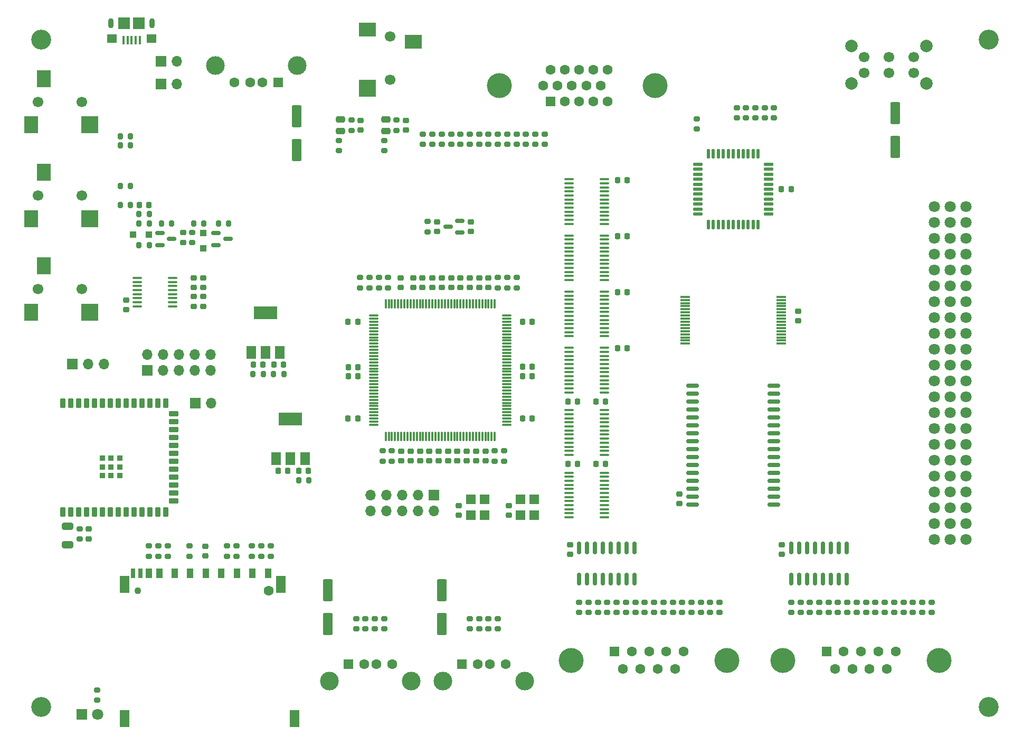
<source format=gts>
%TF.GenerationSoftware,KiCad,Pcbnew,(6.0.4-0)*%
%TF.CreationDate,2022-04-09T07:25:14+02:00*%
%TF.ProjectId,aquarius-plus,61717561-7269-4757-932d-706c75732e6b,rev?*%
%TF.SameCoordinates,Original*%
%TF.FileFunction,Soldermask,Top*%
%TF.FilePolarity,Negative*%
%FSLAX46Y46*%
G04 Gerber Fmt 4.6, Leading zero omitted, Abs format (unit mm)*
G04 Created by KiCad (PCBNEW (6.0.4-0)) date 2022-04-09 07:25:14*
%MOMM*%
%LPD*%
G01*
G04 APERTURE LIST*
G04 Aperture macros list*
%AMRoundRect*
0 Rectangle with rounded corners*
0 $1 Rounding radius*
0 $2 $3 $4 $5 $6 $7 $8 $9 X,Y pos of 4 corners*
0 Add a 4 corners polygon primitive as box body*
4,1,4,$2,$3,$4,$5,$6,$7,$8,$9,$2,$3,0*
0 Add four circle primitives for the rounded corners*
1,1,$1+$1,$2,$3*
1,1,$1+$1,$4,$5*
1,1,$1+$1,$6,$7*
1,1,$1+$1,$8,$9*
0 Add four rect primitives between the rounded corners*
20,1,$1+$1,$2,$3,$4,$5,0*
20,1,$1+$1,$4,$5,$6,$7,0*
20,1,$1+$1,$6,$7,$8,$9,0*
20,1,$1+$1,$8,$9,$2,$3,0*%
G04 Aperture macros list end*
%ADD10RoundRect,0.200000X0.275000X-0.200000X0.275000X0.200000X-0.275000X0.200000X-0.275000X-0.200000X0*%
%ADD11RoundRect,0.200000X-0.275000X0.200000X-0.275000X-0.200000X0.275000X-0.200000X0.275000X0.200000X0*%
%ADD12C,1.800000*%
%ADD13RoundRect,0.225000X0.250000X-0.225000X0.250000X0.225000X-0.250000X0.225000X-0.250000X-0.225000X0*%
%ADD14RoundRect,0.100000X0.637500X0.100000X-0.637500X0.100000X-0.637500X-0.100000X0.637500X-0.100000X0*%
%ADD15RoundRect,0.150000X0.875000X0.150000X-0.875000X0.150000X-0.875000X-0.150000X0.875000X-0.150000X0*%
%ADD16R,1.700000X1.700000*%
%ADD17O,1.700000X1.700000*%
%ADD18RoundRect,0.225000X-0.250000X0.225000X-0.250000X-0.225000X0.250000X-0.225000X0.250000X0.225000X0*%
%ADD19C,4.000000*%
%ADD20R,1.600000X1.600000*%
%ADD21C,1.600000*%
%ADD22R,1.500000X2.000000*%
%ADD23R,3.800000X2.000000*%
%ADD24RoundRect,0.075000X-0.662500X-0.075000X0.662500X-0.075000X0.662500X0.075000X-0.662500X0.075000X0*%
%ADD25RoundRect,0.075000X-0.075000X-0.662500X0.075000X-0.662500X0.075000X0.662500X-0.075000X0.662500X0*%
%ADD26C,3.200000*%
%ADD27RoundRect,0.225000X-0.225000X-0.250000X0.225000X-0.250000X0.225000X0.250000X-0.225000X0.250000X0*%
%ADD28RoundRect,0.225000X0.225000X0.250000X-0.225000X0.250000X-0.225000X-0.250000X0.225000X-0.250000X0*%
%ADD29RoundRect,0.250000X0.475000X-0.250000X0.475000X0.250000X-0.475000X0.250000X-0.475000X-0.250000X0*%
%ADD30RoundRect,0.200000X-0.200000X-0.275000X0.200000X-0.275000X0.200000X0.275000X-0.200000X0.275000X0*%
%ADD31RoundRect,0.150000X-0.587500X-0.150000X0.587500X-0.150000X0.587500X0.150000X-0.587500X0.150000X0*%
%ADD32RoundRect,0.150000X0.587500X0.150000X-0.587500X0.150000X-0.587500X-0.150000X0.587500X-0.150000X0*%
%ADD33RoundRect,0.200000X0.200000X0.275000X-0.200000X0.275000X-0.200000X-0.275000X0.200000X-0.275000X0*%
%ADD34C,1.700000*%
%ADD35R,2.200000X2.800000*%
%ADD36R,2.800000X2.800000*%
%ADD37R,1.500000X1.600000*%
%ADD38C,2.000000*%
%ADD39RoundRect,0.100000X-0.637500X-0.100000X0.637500X-0.100000X0.637500X0.100000X-0.637500X0.100000X0*%
%ADD40RoundRect,0.100000X0.100000X0.575000X-0.100000X0.575000X-0.100000X-0.575000X0.100000X-0.575000X0*%
%ADD41O,0.900000X1.600000*%
%ADD42R,1.900000X1.900000*%
%ADD43R,1.600000X1.400000*%
%ADD44RoundRect,0.150000X0.150000X-0.825000X0.150000X0.825000X-0.150000X0.825000X-0.150000X-0.825000X0*%
%ADD45RoundRect,0.075000X0.712500X0.075000X-0.712500X0.075000X-0.712500X-0.075000X0.712500X-0.075000X0*%
%ADD46C,1.100000*%
%ADD47R,1.000000X1.500000*%
%ADD48R,0.700000X1.500000*%
%ADD49R,1.500000X2.800000*%
%ADD50R,1.600000X1.500000*%
%ADD51C,3.000000*%
%ADD52RoundRect,0.137500X0.600000X0.137500X-0.600000X0.137500X-0.600000X-0.137500X0.600000X-0.137500X0*%
%ADD53RoundRect,0.137500X0.137500X0.600000X-0.137500X0.600000X-0.137500X-0.600000X0.137500X-0.600000X0*%
%ADD54R,1.800000X1.800000*%
%ADD55RoundRect,0.250000X0.550000X-1.500000X0.550000X1.500000X-0.550000X1.500000X-0.550000X-1.500000X0*%
%ADD56RoundRect,0.250000X-0.550000X1.500000X-0.550000X-1.500000X0.550000X-1.500000X0.550000X1.500000X0*%
%ADD57R,1.000000X1.000000*%
%ADD58RoundRect,0.250000X-0.650000X0.325000X-0.650000X-0.325000X0.650000X-0.325000X0.650000X0.325000X0*%
%ADD59R,2.800000X2.200000*%
%ADD60RoundRect,0.225000X0.225000X0.525000X-0.225000X0.525000X-0.225000X-0.525000X0.225000X-0.525000X0*%
%ADD61RoundRect,0.225000X-0.525000X0.225000X-0.525000X-0.225000X0.525000X-0.225000X0.525000X0.225000X0*%
%ADD62RoundRect,0.225000X-0.225000X-0.525000X0.225000X-0.525000X0.225000X0.525000X-0.225000X0.525000X0*%
%ADD63RoundRect,0.225000X-0.225000X-0.225000X0.225000X-0.225000X0.225000X0.225000X-0.225000X0.225000X0*%
G04 APERTURE END LIST*
D10*
%TO.C,R84*%
X207300000Y-130825000D03*
X207300000Y-129175000D03*
%TD*%
D11*
%TO.C,R69*%
X159800000Y-129175000D03*
X159800000Y-130825000D03*
%TD*%
D12*
%TO.C,J15*%
X214825000Y-65830000D03*
X212285000Y-65830000D03*
X217365000Y-65830000D03*
X214825000Y-68370000D03*
X212285000Y-68370000D03*
X217365000Y-68370000D03*
X214825000Y-70910000D03*
X212285000Y-70910000D03*
X217365000Y-70910000D03*
X214825000Y-73450000D03*
X212285000Y-73450000D03*
X217365000Y-73450000D03*
X212285000Y-75990000D03*
X214825000Y-75990000D03*
X217365000Y-75990000D03*
X212285000Y-78530000D03*
X214825000Y-78530000D03*
X217365000Y-78530000D03*
X214825000Y-81070000D03*
X212285000Y-81070000D03*
X217365000Y-81070000D03*
X214825000Y-83610000D03*
X212285000Y-83610000D03*
X217365000Y-83610000D03*
X212285000Y-86150000D03*
X214825000Y-86150000D03*
X217365000Y-86150000D03*
X212285000Y-88690000D03*
X214825000Y-88690000D03*
X217365000Y-88690000D03*
X214825000Y-91230000D03*
X212285000Y-91230000D03*
X217365000Y-91230000D03*
X214825000Y-93770000D03*
X212285000Y-93770000D03*
X217365000Y-93770000D03*
X214825000Y-96310000D03*
X212285000Y-96310000D03*
X217365000Y-96310000D03*
X212285000Y-98850000D03*
X214825000Y-98850000D03*
X217365000Y-98850000D03*
X212285000Y-101390000D03*
X214825000Y-101390000D03*
X217365000Y-101390000D03*
X212285000Y-103930000D03*
X214825000Y-103930000D03*
X217365000Y-103930000D03*
X214825000Y-106470000D03*
X212285000Y-106470000D03*
X217365000Y-106470000D03*
X214825000Y-109010000D03*
X212285000Y-109010000D03*
X217365000Y-109010000D03*
X212285000Y-111550000D03*
X214825000Y-111550000D03*
X217365000Y-111550000D03*
X212285000Y-114090000D03*
X214825000Y-114090000D03*
X217365000Y-114090000D03*
X212285000Y-116630000D03*
X214825000Y-116630000D03*
X217365000Y-116630000D03*
X214825000Y-119170000D03*
X212285000Y-119170000D03*
X217365000Y-119170000D03*
%TD*%
D11*
%TO.C,R49*%
X183550000Y-49925000D03*
X183550000Y-51575000D03*
%TD*%
D13*
%TO.C,C19*%
X140750000Y-78775000D03*
X140750000Y-77225000D03*
%TD*%
D10*
%TO.C,R27*%
X75150000Y-119075000D03*
X75150000Y-117425000D03*
%TD*%
D14*
%TO.C,U3*%
X90112500Y-81775000D03*
X90112500Y-81125000D03*
X90112500Y-80475000D03*
X90112500Y-79825000D03*
X90112500Y-79175000D03*
X90112500Y-78525000D03*
X90112500Y-77875000D03*
X90112500Y-77225000D03*
X84387500Y-77225000D03*
X84387500Y-77875000D03*
X84387500Y-78525000D03*
X84387500Y-79175000D03*
X84387500Y-79825000D03*
X84387500Y-80475000D03*
X84387500Y-81125000D03*
X84387500Y-81775000D03*
%TD*%
D11*
%TO.C,R92*%
X208800000Y-129175000D03*
X208800000Y-130825000D03*
%TD*%
D15*
%TO.C,U10*%
X186550000Y-113525000D03*
X186550000Y-112255000D03*
X186550000Y-110985000D03*
X186550000Y-109715000D03*
X186550000Y-108445000D03*
X186550000Y-107175000D03*
X186550000Y-105905000D03*
X186550000Y-104635000D03*
X186550000Y-103365000D03*
X186550000Y-102095000D03*
X186550000Y-100825000D03*
X186550000Y-99555000D03*
X186550000Y-98285000D03*
X186550000Y-97015000D03*
X186550000Y-95745000D03*
X186550000Y-94475000D03*
X173450000Y-94475000D03*
X173450000Y-95745000D03*
X173450000Y-97015000D03*
X173450000Y-98285000D03*
X173450000Y-99555000D03*
X173450000Y-100825000D03*
X173450000Y-102095000D03*
X173450000Y-103365000D03*
X173450000Y-104635000D03*
X173450000Y-105905000D03*
X173450000Y-107175000D03*
X173450000Y-108445000D03*
X173450000Y-109715000D03*
X173450000Y-110985000D03*
X173450000Y-112255000D03*
X173450000Y-113525000D03*
%TD*%
D11*
%TO.C,R70*%
X156800000Y-129175000D03*
X156800000Y-130825000D03*
%TD*%
D16*
%TO.C,JP1*%
X93700000Y-97250000D03*
D17*
X96240000Y-97250000D03*
%TD*%
D11*
%TO.C,R16*%
X104300000Y-120175000D03*
X104300000Y-121825000D03*
%TD*%
D10*
%TO.C,R60*%
X161300000Y-130825000D03*
X161300000Y-129175000D03*
%TD*%
%TO.C,R40*%
X140750000Y-55825000D03*
X140750000Y-54175000D03*
%TD*%
%TO.C,R42*%
X143750000Y-55825000D03*
X143750000Y-54175000D03*
%TD*%
D18*
%TO.C,C10*%
X134250000Y-104975000D03*
X134250000Y-106525000D03*
%TD*%
D19*
%TO.C,J11*%
X212990000Y-138489669D03*
X187990000Y-138489669D03*
D20*
X194950000Y-137069669D03*
D21*
X197720000Y-137069669D03*
X200490000Y-137069669D03*
X203260000Y-137069669D03*
X206030000Y-137069669D03*
X196335000Y-139909669D03*
X199105000Y-139909669D03*
X201875000Y-139909669D03*
X204645000Y-139909669D03*
%TD*%
D10*
%TO.C,R100*%
X131000000Y-69825000D03*
X131000000Y-68175000D03*
%TD*%
%TO.C,R86*%
X201300000Y-130825000D03*
X201300000Y-129175000D03*
%TD*%
D13*
%TO.C,C59*%
X171350000Y-113375000D03*
X171350000Y-111825000D03*
%TD*%
D10*
%TO.C,R59*%
X164300000Y-130825000D03*
X164300000Y-129175000D03*
%TD*%
D13*
%TO.C,C46*%
X127500000Y-53525000D03*
X127500000Y-51975000D03*
%TD*%
D22*
%TO.C,U17*%
X102700000Y-89150000D03*
X105000000Y-89150000D03*
D23*
X105000000Y-82850000D03*
D22*
X107300000Y-89150000D03*
%TD*%
D11*
%TO.C,R17*%
X102800000Y-120175000D03*
X102800000Y-121825000D03*
%TD*%
D18*
%TO.C,C22*%
X138750000Y-104975000D03*
X138750000Y-106525000D03*
%TD*%
D13*
%TO.C,C20*%
X131750000Y-78775000D03*
X131750000Y-77225000D03*
%TD*%
D24*
%TO.C,U1*%
X122337500Y-83250000D03*
X122337500Y-83750000D03*
X122337500Y-84250000D03*
X122337500Y-84750000D03*
X122337500Y-85250000D03*
X122337500Y-85750000D03*
X122337500Y-86250000D03*
X122337500Y-86750000D03*
X122337500Y-87250000D03*
X122337500Y-87750000D03*
X122337500Y-88250000D03*
X122337500Y-88750000D03*
X122337500Y-89250000D03*
X122337500Y-89750000D03*
X122337500Y-90250000D03*
X122337500Y-90750000D03*
X122337500Y-91250000D03*
X122337500Y-91750000D03*
X122337500Y-92250000D03*
X122337500Y-92750000D03*
X122337500Y-93250000D03*
X122337500Y-93750000D03*
X122337500Y-94250000D03*
X122337500Y-94750000D03*
X122337500Y-95250000D03*
X122337500Y-95750000D03*
X122337500Y-96250000D03*
X122337500Y-96750000D03*
X122337500Y-97250000D03*
X122337500Y-97750000D03*
X122337500Y-98250000D03*
X122337500Y-98750000D03*
X122337500Y-99250000D03*
X122337500Y-99750000D03*
X122337500Y-100250000D03*
X122337500Y-100750000D03*
D25*
X124250000Y-102662500D03*
X124750000Y-102662500D03*
X125250000Y-102662500D03*
X125750000Y-102662500D03*
X126250000Y-102662500D03*
X126750000Y-102662500D03*
X127250000Y-102662500D03*
X127750000Y-102662500D03*
X128250000Y-102662500D03*
X128750000Y-102662500D03*
X129250000Y-102662500D03*
X129750000Y-102662500D03*
X130250000Y-102662500D03*
X130750000Y-102662500D03*
X131250000Y-102662500D03*
X131750000Y-102662500D03*
X132250000Y-102662500D03*
X132750000Y-102662500D03*
X133250000Y-102662500D03*
X133750000Y-102662500D03*
X134250000Y-102662500D03*
X134750000Y-102662500D03*
X135250000Y-102662500D03*
X135750000Y-102662500D03*
X136250000Y-102662500D03*
X136750000Y-102662500D03*
X137250000Y-102662500D03*
X137750000Y-102662500D03*
X138250000Y-102662500D03*
X138750000Y-102662500D03*
X139250000Y-102662500D03*
X139750000Y-102662500D03*
X140250000Y-102662500D03*
X140750000Y-102662500D03*
X141250000Y-102662500D03*
X141750000Y-102662500D03*
D24*
X143662500Y-100750000D03*
X143662500Y-100250000D03*
X143662500Y-99750000D03*
X143662500Y-99250000D03*
X143662500Y-98750000D03*
X143662500Y-98250000D03*
X143662500Y-97750000D03*
X143662500Y-97250000D03*
X143662500Y-96750000D03*
X143662500Y-96250000D03*
X143662500Y-95750000D03*
X143662500Y-95250000D03*
X143662500Y-94750000D03*
X143662500Y-94250000D03*
X143662500Y-93750000D03*
X143662500Y-93250000D03*
X143662500Y-92750000D03*
X143662500Y-92250000D03*
X143662500Y-91750000D03*
X143662500Y-91250000D03*
X143662500Y-90750000D03*
X143662500Y-90250000D03*
X143662500Y-89750000D03*
X143662500Y-89250000D03*
X143662500Y-88750000D03*
X143662500Y-88250000D03*
X143662500Y-87750000D03*
X143662500Y-87250000D03*
X143662500Y-86750000D03*
X143662500Y-86250000D03*
X143662500Y-85750000D03*
X143662500Y-85250000D03*
X143662500Y-84750000D03*
X143662500Y-84250000D03*
X143662500Y-83750000D03*
X143662500Y-83250000D03*
D25*
X141750000Y-81337500D03*
X141250000Y-81337500D03*
X140750000Y-81337500D03*
X140250000Y-81337500D03*
X139750000Y-81337500D03*
X139250000Y-81337500D03*
X138750000Y-81337500D03*
X138250000Y-81337500D03*
X137750000Y-81337500D03*
X137250000Y-81337500D03*
X136750000Y-81337500D03*
X136250000Y-81337500D03*
X135750000Y-81337500D03*
X135250000Y-81337500D03*
X134750000Y-81337500D03*
X134250000Y-81337500D03*
X133750000Y-81337500D03*
X133250000Y-81337500D03*
X132750000Y-81337500D03*
X132250000Y-81337500D03*
X131750000Y-81337500D03*
X131250000Y-81337500D03*
X130750000Y-81337500D03*
X130250000Y-81337500D03*
X129750000Y-81337500D03*
X129250000Y-81337500D03*
X128750000Y-81337500D03*
X128250000Y-81337500D03*
X127750000Y-81337500D03*
X127250000Y-81337500D03*
X126750000Y-81337500D03*
X126250000Y-81337500D03*
X125750000Y-81337500D03*
X125250000Y-81337500D03*
X124750000Y-81337500D03*
X124250000Y-81337500D03*
%TD*%
D26*
%TO.C,H4*%
X221000000Y-146000000D03*
%TD*%
D10*
%TO.C,R35*%
X133250000Y-55825000D03*
X133250000Y-54175000D03*
%TD*%
%TO.C,R3*%
X123750000Y-106575000D03*
X123750000Y-104925000D03*
%TD*%
D27*
%TO.C,C9*%
X146225000Y-91450000D03*
X147775000Y-91450000D03*
%TD*%
D26*
%TO.C,H3*%
X69000000Y-146000000D03*
%TD*%
D11*
%TO.C,R93*%
X205800000Y-129175000D03*
X205800000Y-130825000D03*
%TD*%
%TO.C,R51*%
X180550000Y-49925000D03*
X180550000Y-51575000D03*
%TD*%
D28*
%TO.C,C65*%
X108575000Y-108150000D03*
X107025000Y-108150000D03*
%TD*%
D11*
%TO.C,R65*%
X171800000Y-129175000D03*
X171800000Y-130825000D03*
%TD*%
D10*
%TO.C,R76*%
X121000000Y-133465000D03*
X121000000Y-131815000D03*
%TD*%
%TO.C,R11*%
X143750000Y-78825000D03*
X143750000Y-77175000D03*
%TD*%
D29*
%TO.C,C49*%
X124250000Y-53700000D03*
X124250000Y-51800000D03*
%TD*%
D11*
%TO.C,R52*%
X186550000Y-49925000D03*
X186550000Y-51575000D03*
%TD*%
D30*
%TO.C,R14*%
X81675000Y-65500000D03*
X83325000Y-65500000D03*
%TD*%
D31*
%TO.C,Q2*%
X97062500Y-70050000D03*
X97062500Y-71950000D03*
X98937500Y-71000000D03*
%TD*%
D18*
%TO.C,C63*%
X132500000Y-68225000D03*
X132500000Y-69775000D03*
%TD*%
D32*
%TO.C,U16*%
X136137500Y-69950000D03*
X136137500Y-68050000D03*
X134262500Y-69000000D03*
%TD*%
D11*
%TO.C,R78*%
X119500000Y-131815000D03*
X119500000Y-133465000D03*
%TD*%
D10*
%TO.C,R8*%
X123150000Y-78825000D03*
X123150000Y-77175000D03*
%TD*%
D18*
%TO.C,C6*%
X135750000Y-104975000D03*
X135750000Y-106525000D03*
%TD*%
D13*
%TO.C,C16*%
X130150000Y-78775000D03*
X130150000Y-77225000D03*
%TD*%
D10*
%TO.C,R2*%
X145250000Y-78825000D03*
X145250000Y-77175000D03*
%TD*%
%TO.C,R71*%
X116750000Y-56825000D03*
X116750000Y-55175000D03*
%TD*%
D33*
%TO.C,R21*%
X83325000Y-54500000D03*
X81675000Y-54500000D03*
%TD*%
D34*
%TO.C,J1*%
X68500000Y-64000000D03*
X75500000Y-64000000D03*
D35*
X69400000Y-60300000D03*
X67400000Y-67700000D03*
D36*
X76800000Y-67700000D03*
%TD*%
D16*
%TO.C,J14*%
X132000000Y-112000000D03*
D17*
X132000000Y-114540000D03*
X129460000Y-112000000D03*
X129460000Y-114540000D03*
X126920000Y-112000000D03*
X126920000Y-114540000D03*
X124380000Y-112000000D03*
X124380000Y-114540000D03*
X121840000Y-112000000D03*
X121840000Y-114540000D03*
%TD*%
D30*
%TO.C,R15*%
X81675000Y-62500000D03*
X83325000Y-62500000D03*
%TD*%
D11*
%TO.C,R95*%
X199800000Y-129175000D03*
X199800000Y-130825000D03*
%TD*%
D18*
%TO.C,C66*%
X137900000Y-68225000D03*
X137900000Y-69775000D03*
%TD*%
D13*
%TO.C,C34*%
X95300000Y-121775000D03*
X95300000Y-120225000D03*
%TD*%
D28*
%TO.C,C62*%
X111875000Y-108150000D03*
X110325000Y-108150000D03*
%TD*%
D10*
%TO.C,R55*%
X176300000Y-130825000D03*
X176300000Y-129175000D03*
%TD*%
D27*
%TO.C,C42*%
X161425000Y-79550000D03*
X162975000Y-79550000D03*
%TD*%
D10*
%TO.C,R56*%
X173300000Y-130825000D03*
X173300000Y-129175000D03*
%TD*%
D37*
%TO.C,X2*%
X140100000Y-115270000D03*
X140100000Y-112730000D03*
X137900000Y-112730000D03*
X137900000Y-115270000D03*
%TD*%
D30*
%TO.C,R29*%
X84675000Y-72000000D03*
X86325000Y-72000000D03*
%TD*%
D28*
%TO.C,C60*%
X159500000Y-107000000D03*
X157950000Y-107000000D03*
%TD*%
D13*
%TO.C,C31*%
X93500000Y-81775000D03*
X93500000Y-80225000D03*
%TD*%
D10*
%TO.C,R5*%
X120150000Y-78825000D03*
X120150000Y-77175000D03*
%TD*%
D38*
%TO.C,SW1*%
X198957500Y-46082500D03*
X210957500Y-46082500D03*
X198957500Y-40082500D03*
X210957500Y-40082500D03*
D34*
X208957500Y-44332500D03*
X204957500Y-44332500D03*
X200957500Y-44332500D03*
X208957500Y-41832500D03*
X204957500Y-41832500D03*
X200957500Y-41832500D03*
%TD*%
D39*
%TO.C,U11*%
X153637500Y-98425000D03*
X153637500Y-99075000D03*
X153637500Y-99725000D03*
X153637500Y-100375000D03*
X153637500Y-101025000D03*
X153637500Y-101675000D03*
X153637500Y-102325000D03*
X153637500Y-102975000D03*
X153637500Y-103625000D03*
X153637500Y-104275000D03*
X153637500Y-104925000D03*
X153637500Y-105575000D03*
X159362500Y-105575000D03*
X159362500Y-104925000D03*
X159362500Y-104275000D03*
X159362500Y-103625000D03*
X159362500Y-102975000D03*
X159362500Y-102325000D03*
X159362500Y-101675000D03*
X159362500Y-101025000D03*
X159362500Y-100375000D03*
X159362500Y-99725000D03*
X159362500Y-99075000D03*
X159362500Y-98425000D03*
%TD*%
D18*
%TO.C,C38*%
X95000000Y-80225000D03*
X95000000Y-81775000D03*
%TD*%
D10*
%TO.C,R46*%
X149750000Y-55825000D03*
X149750000Y-54175000D03*
%TD*%
D30*
%TO.C,R99*%
X110275000Y-109650000D03*
X111925000Y-109650000D03*
%TD*%
D10*
%TO.C,R41*%
X142250000Y-55825000D03*
X142250000Y-54175000D03*
%TD*%
D11*
%TO.C,R13*%
X98800000Y-120175000D03*
X98800000Y-121825000D03*
%TD*%
%TO.C,R81*%
X118750000Y-51925000D03*
X118750000Y-53575000D03*
%TD*%
D10*
%TO.C,R34*%
X131750000Y-55825000D03*
X131750000Y-54175000D03*
%TD*%
D16*
%TO.C,J7*%
X74000000Y-91000000D03*
D17*
X76540000Y-91000000D03*
X79080000Y-91000000D03*
%TD*%
D10*
%TO.C,R75*%
X122500000Y-133465000D03*
X122500000Y-131815000D03*
%TD*%
D18*
%TO.C,C1*%
X129750000Y-104975000D03*
X129750000Y-106525000D03*
%TD*%
%TO.C,C7*%
X137250000Y-104975000D03*
X137250000Y-106525000D03*
%TD*%
D13*
%TO.C,C26*%
X139250000Y-78775000D03*
X139250000Y-77225000D03*
%TD*%
D11*
%TO.C,R67*%
X165800000Y-129175000D03*
X165800000Y-130825000D03*
%TD*%
D13*
%TO.C,C25*%
X134750000Y-78775000D03*
X134750000Y-77225000D03*
%TD*%
D11*
%TO.C,R30*%
X93250000Y-69925000D03*
X93250000Y-71575000D03*
%TD*%
D10*
%TO.C,R24*%
X86300000Y-121825000D03*
X86300000Y-120175000D03*
%TD*%
D40*
%TO.C,J13*%
X84800000Y-39125000D03*
X84150000Y-39125000D03*
X83500000Y-39125000D03*
X82850000Y-39125000D03*
X82200000Y-39125000D03*
D41*
X80200000Y-36450000D03*
D42*
X82300000Y-36450000D03*
D43*
X86700000Y-38900000D03*
D42*
X84700000Y-36450000D03*
D41*
X86800000Y-36450000D03*
D43*
X80300000Y-38900000D03*
%TD*%
D11*
%TO.C,R48*%
X185050000Y-49925000D03*
X185050000Y-51575000D03*
%TD*%
%TO.C,R97*%
X193800000Y-129175000D03*
X193800000Y-130825000D03*
%TD*%
%TO.C,R63*%
X177800000Y-129175000D03*
X177800000Y-130825000D03*
%TD*%
D22*
%TO.C,U15*%
X106700000Y-106150000D03*
X109000000Y-106150000D03*
D23*
X109000000Y-99850000D03*
D22*
X111300000Y-106150000D03*
%TD*%
D11*
%TO.C,R94*%
X202800000Y-129175000D03*
X202800000Y-130825000D03*
%TD*%
D10*
%TO.C,R39*%
X139250000Y-55825000D03*
X139250000Y-54175000D03*
%TD*%
D27*
%TO.C,C35*%
X161450000Y-61550000D03*
X163000000Y-61550000D03*
%TD*%
D33*
%TO.C,R25*%
X86325000Y-67000000D03*
X84675000Y-67000000D03*
%TD*%
D18*
%TO.C,C23*%
X132750000Y-104975000D03*
X132750000Y-106525000D03*
%TD*%
D28*
%TO.C,C13*%
X119775000Y-99750000D03*
X118225000Y-99750000D03*
%TD*%
D13*
%TO.C,C55*%
X190375000Y-84075000D03*
X190375000Y-82525000D03*
%TD*%
%TO.C,C11*%
X136250000Y-78775000D03*
X136250000Y-77225000D03*
%TD*%
D34*
%TO.C,J4*%
X68500000Y-79000000D03*
X75500000Y-79000000D03*
D35*
X69400000Y-75300000D03*
X67400000Y-82700000D03*
D36*
X76800000Y-82700000D03*
%TD*%
D31*
%TO.C,Q1*%
X88062500Y-70050000D03*
X88062500Y-71950000D03*
X89937500Y-71000000D03*
%TD*%
D10*
%TO.C,R43*%
X145250000Y-55825000D03*
X145250000Y-54175000D03*
%TD*%
%TO.C,R44*%
X146750000Y-55825000D03*
X146750000Y-54175000D03*
%TD*%
%TO.C,R62*%
X155300000Y-130825000D03*
X155300000Y-129175000D03*
%TD*%
D11*
%TO.C,R6*%
X125250000Y-104925000D03*
X125250000Y-106575000D03*
%TD*%
%TO.C,R7*%
X141750000Y-104925000D03*
X141750000Y-106575000D03*
%TD*%
D30*
%TO.C,R102*%
X102975000Y-92650000D03*
X104625000Y-92650000D03*
%TD*%
D18*
%TO.C,C36*%
X76650000Y-117475000D03*
X76650000Y-119025000D03*
%TD*%
D44*
%TO.C,U12*%
X189305000Y-125475000D03*
X190575000Y-125475000D03*
X191845000Y-125475000D03*
X193115000Y-125475000D03*
X194385000Y-125475000D03*
X195655000Y-125475000D03*
X196925000Y-125475000D03*
X198195000Y-125475000D03*
X198195000Y-120525000D03*
X196925000Y-120525000D03*
X195655000Y-120525000D03*
X194385000Y-120525000D03*
X193115000Y-120525000D03*
X191845000Y-120525000D03*
X190575000Y-120525000D03*
X189305000Y-120525000D03*
%TD*%
D45*
%TO.C,U13*%
X187687500Y-87750000D03*
X187687500Y-87250000D03*
X187687500Y-86750000D03*
X187687500Y-86250000D03*
X187687500Y-85750000D03*
X187687500Y-85250000D03*
X187687500Y-84750000D03*
X187687500Y-84250000D03*
X187687500Y-83750000D03*
X187687500Y-83250000D03*
X187687500Y-82750000D03*
X187687500Y-82250000D03*
X187687500Y-81750000D03*
X187687500Y-81250000D03*
X187687500Y-80750000D03*
X187687500Y-80250000D03*
X172312500Y-80250000D03*
X172312500Y-80750000D03*
X172312500Y-81250000D03*
X172312500Y-81750000D03*
X172312500Y-82250000D03*
X172312500Y-82750000D03*
X172312500Y-83250000D03*
X172312500Y-83750000D03*
X172312500Y-84250000D03*
X172312500Y-84750000D03*
X172312500Y-85250000D03*
X172312500Y-85750000D03*
X172312500Y-86250000D03*
X172312500Y-86750000D03*
X172312500Y-87250000D03*
X172312500Y-87750000D03*
%TD*%
D10*
%TO.C,R90*%
X189300000Y-130825000D03*
X189300000Y-129175000D03*
%TD*%
D30*
%TO.C,R26*%
X84675000Y-68500000D03*
X86325000Y-68500000D03*
%TD*%
D11*
%TO.C,R54*%
X78000000Y-143225000D03*
X78000000Y-144875000D03*
%TD*%
D21*
%TO.C,J3*%
X105500000Y-127325000D03*
D46*
X84500000Y-127325000D03*
D47*
X102875000Y-124525000D03*
X100375000Y-124525000D03*
X97875000Y-124525000D03*
X95375000Y-124525000D03*
X92875000Y-124525000D03*
X90375000Y-124525000D03*
X87945000Y-124525000D03*
X86245000Y-124525000D03*
X105375000Y-124525000D03*
D48*
X84945000Y-124525000D03*
X83745000Y-124525000D03*
D49*
X107450000Y-126325000D03*
X109650000Y-147825000D03*
X82350000Y-126325000D03*
X82350000Y-147825000D03*
%TD*%
D11*
%TO.C,R80*%
X124000000Y-131815000D03*
X124000000Y-133465000D03*
%TD*%
D18*
%TO.C,C58*%
X187800000Y-119975000D03*
X187800000Y-121525000D03*
%TD*%
D10*
%TO.C,R57*%
X170300000Y-130825000D03*
X170300000Y-129175000D03*
%TD*%
D50*
%TO.C,J8*%
X136500000Y-139140000D03*
D21*
X139000000Y-139140000D03*
X141000000Y-139140000D03*
X143500000Y-139140000D03*
D51*
X133430000Y-141850000D03*
X146570000Y-141850000D03*
%TD*%
D11*
%TO.C,R19*%
X92800000Y-120175000D03*
X92800000Y-121825000D03*
%TD*%
%TO.C,R64*%
X174800000Y-129175000D03*
X174800000Y-130825000D03*
%TD*%
D27*
%TO.C,C44*%
X187725000Y-63000000D03*
X189275000Y-63000000D03*
%TD*%
D11*
%TO.C,R50*%
X182050000Y-49925000D03*
X182050000Y-51575000D03*
%TD*%
D52*
%TO.C,U7*%
X185662500Y-67000000D03*
X185662500Y-66200000D03*
X185662500Y-65400000D03*
X185662500Y-64600000D03*
X185662500Y-63800000D03*
X185662500Y-63000000D03*
X185662500Y-62200000D03*
X185662500Y-61400000D03*
X185662500Y-60600000D03*
X185662500Y-59800000D03*
X185662500Y-59000000D03*
D53*
X184000000Y-57337500D03*
X183200000Y-57337500D03*
X182400000Y-57337500D03*
X181600000Y-57337500D03*
X180800000Y-57337500D03*
X180000000Y-57337500D03*
X179200000Y-57337500D03*
X178400000Y-57337500D03*
X177600000Y-57337500D03*
X176800000Y-57337500D03*
X176000000Y-57337500D03*
D52*
X174337500Y-59000000D03*
X174337500Y-59800000D03*
X174337500Y-60600000D03*
X174337500Y-61400000D03*
X174337500Y-62200000D03*
X174337500Y-63000000D03*
X174337500Y-63800000D03*
X174337500Y-64600000D03*
X174337500Y-65400000D03*
X174337500Y-66200000D03*
X174337500Y-67000000D03*
D53*
X176000000Y-68662500D03*
X176800000Y-68662500D03*
X177600000Y-68662500D03*
X178400000Y-68662500D03*
X179200000Y-68662500D03*
X180000000Y-68662500D03*
X180800000Y-68662500D03*
X181600000Y-68662500D03*
X182400000Y-68662500D03*
X183200000Y-68662500D03*
X184000000Y-68662500D03*
%TD*%
D33*
%TO.C,R31*%
X95075000Y-68500000D03*
X93425000Y-68500000D03*
%TD*%
D19*
%TO.C,J6*%
X142505000Y-46430000D03*
X167495000Y-46430000D03*
D20*
X150685000Y-48970000D03*
D21*
X152975000Y-48970000D03*
X155265000Y-48970000D03*
X157555000Y-48970000D03*
X159845000Y-48970000D03*
X149545000Y-46430000D03*
X151835000Y-46430000D03*
X154125000Y-46430000D03*
X156415000Y-46430000D03*
X158705000Y-46430000D03*
X150685000Y-43890000D03*
X152975000Y-43890000D03*
X155265000Y-43890000D03*
X157555000Y-43890000D03*
X159845000Y-43890000D03*
%TD*%
D10*
%TO.C,R74*%
X139250000Y-133465000D03*
X139250000Y-131815000D03*
%TD*%
D11*
%TO.C,R96*%
X196800000Y-129175000D03*
X196800000Y-130825000D03*
%TD*%
D39*
%TO.C,U6*%
X153637500Y-88425000D03*
X153637500Y-89075000D03*
X153637500Y-89725000D03*
X153637500Y-90375000D03*
X153637500Y-91025000D03*
X153637500Y-91675000D03*
X153637500Y-92325000D03*
X153637500Y-92975000D03*
X153637500Y-93625000D03*
X153637500Y-94275000D03*
X153637500Y-94925000D03*
X153637500Y-95575000D03*
X159362500Y-95575000D03*
X159362500Y-94925000D03*
X159362500Y-94275000D03*
X159362500Y-93625000D03*
X159362500Y-92975000D03*
X159362500Y-92325000D03*
X159362500Y-91675000D03*
X159362500Y-91025000D03*
X159362500Y-90375000D03*
X159362500Y-89725000D03*
X159362500Y-89075000D03*
X159362500Y-88425000D03*
%TD*%
D13*
%TO.C,C30*%
X136000000Y-115275000D03*
X136000000Y-113725000D03*
%TD*%
D10*
%TO.C,R85*%
X204300000Y-130825000D03*
X204300000Y-129175000D03*
%TD*%
D28*
%TO.C,C5*%
X119800000Y-93000000D03*
X118250000Y-93000000D03*
%TD*%
D10*
%TO.C,R72*%
X124000000Y-56825000D03*
X124000000Y-55175000D03*
%TD*%
D50*
%TO.C,J12*%
X107000000Y-45860000D03*
D21*
X104500000Y-45860000D03*
X102500000Y-45860000D03*
X100000000Y-45860000D03*
D51*
X110070000Y-43150000D03*
X96930000Y-43150000D03*
%TD*%
D26*
%TO.C,H1*%
X69000000Y-39000000D03*
%TD*%
D27*
%TO.C,C52*%
X153475000Y-97000000D03*
X155025000Y-97000000D03*
%TD*%
D50*
%TO.C,J9*%
X118300000Y-139140000D03*
D21*
X120800000Y-139140000D03*
X122800000Y-139140000D03*
X125300000Y-139140000D03*
D51*
X128370000Y-141850000D03*
X115230000Y-141850000D03*
%TD*%
D39*
%TO.C,U2*%
X153637500Y-61425000D03*
X153637500Y-62075000D03*
X153637500Y-62725000D03*
X153637500Y-63375000D03*
X153637500Y-64025000D03*
X153637500Y-64675000D03*
X153637500Y-65325000D03*
X153637500Y-65975000D03*
X153637500Y-66625000D03*
X153637500Y-67275000D03*
X153637500Y-67925000D03*
X153637500Y-68575000D03*
X159362500Y-68575000D03*
X159362500Y-67925000D03*
X159362500Y-67275000D03*
X159362500Y-66625000D03*
X159362500Y-65975000D03*
X159362500Y-65325000D03*
X159362500Y-64675000D03*
X159362500Y-64025000D03*
X159362500Y-63375000D03*
X159362500Y-62725000D03*
X159362500Y-62075000D03*
X159362500Y-61425000D03*
%TD*%
D10*
%TO.C,R88*%
X195300000Y-130825000D03*
X195300000Y-129175000D03*
%TD*%
%TO.C,R89*%
X192300000Y-130825000D03*
X192300000Y-129175000D03*
%TD*%
D11*
%TO.C,R18*%
X100300000Y-120175000D03*
X100300000Y-121825000D03*
%TD*%
D54*
%TO.C,D4*%
X75500000Y-147175000D03*
D12*
X78040000Y-147175000D03*
%TD*%
D10*
%TO.C,R38*%
X137750000Y-55825000D03*
X137750000Y-54175000D03*
%TD*%
%TO.C,R36*%
X134750000Y-55825000D03*
X134750000Y-54175000D03*
%TD*%
D13*
%TO.C,C32*%
X93500000Y-78775000D03*
X93500000Y-77225000D03*
%TD*%
D55*
%TO.C,C53*%
X133250000Y-132700000D03*
X133250000Y-127300000D03*
%TD*%
D11*
%TO.C,R82*%
X126000000Y-51925000D03*
X126000000Y-53575000D03*
%TD*%
D27*
%TO.C,C33*%
X84725000Y-65500000D03*
X86275000Y-65500000D03*
%TD*%
D26*
%TO.C,H2*%
X221000000Y-39000000D03*
%TD*%
D33*
%TO.C,R23*%
X83325000Y-56000000D03*
X81675000Y-56000000D03*
%TD*%
D11*
%TO.C,R91*%
X211800000Y-129175000D03*
X211800000Y-130825000D03*
%TD*%
D28*
%TO.C,C8*%
X119800000Y-91500000D03*
X118250000Y-91500000D03*
%TD*%
D11*
%TO.C,R77*%
X137750000Y-131815000D03*
X137750000Y-133465000D03*
%TD*%
D27*
%TO.C,C43*%
X161425000Y-88500000D03*
X162975000Y-88500000D03*
%TD*%
D28*
%TO.C,C56*%
X159525000Y-97000000D03*
X157975000Y-97000000D03*
%TD*%
D56*
%TO.C,C54*%
X110000000Y-51300000D03*
X110000000Y-56700000D03*
%TD*%
D16*
%TO.C,J16*%
X86000000Y-92000000D03*
D17*
X86000000Y-89460000D03*
X88540000Y-92000000D03*
X88540000Y-89460000D03*
X91080000Y-92000000D03*
X91080000Y-89460000D03*
X93620000Y-92000000D03*
X93620000Y-89460000D03*
X96160000Y-92000000D03*
X96160000Y-89460000D03*
%TD*%
D18*
%TO.C,C18*%
X126750000Y-104975000D03*
X126750000Y-106525000D03*
%TD*%
D44*
%TO.C,U9*%
X155305000Y-125475000D03*
X156575000Y-125475000D03*
X157845000Y-125475000D03*
X159115000Y-125475000D03*
X160385000Y-125475000D03*
X161655000Y-125475000D03*
X162925000Y-125475000D03*
X164195000Y-125475000D03*
X164195000Y-120525000D03*
X162925000Y-120525000D03*
X161655000Y-120525000D03*
X160385000Y-120525000D03*
X159115000Y-120525000D03*
X157845000Y-120525000D03*
X156575000Y-120525000D03*
X155305000Y-120525000D03*
%TD*%
D13*
%TO.C,C41*%
X82600000Y-82325000D03*
X82600000Y-80775000D03*
%TD*%
D10*
%TO.C,R9*%
X143250000Y-106575000D03*
X143250000Y-104925000D03*
%TD*%
D16*
%TO.C,JP2*%
X88225000Y-46150000D03*
D17*
X90765000Y-46150000D03*
%TD*%
D13*
%TO.C,C45*%
X120250000Y-53525000D03*
X120250000Y-51975000D03*
%TD*%
D57*
%TO.C,D2*%
X95000000Y-70000000D03*
X95000000Y-72500000D03*
%TD*%
D37*
%TO.C,X1*%
X148100000Y-115270000D03*
X148100000Y-112730000D03*
X145900000Y-112730000D03*
X145900000Y-115270000D03*
%TD*%
D11*
%TO.C,R66*%
X168800000Y-129175000D03*
X168800000Y-130825000D03*
%TD*%
D10*
%TO.C,R10*%
X124650000Y-78825000D03*
X124650000Y-77175000D03*
%TD*%
D13*
%TO.C,C40*%
X91750000Y-71525000D03*
X91750000Y-69975000D03*
%TD*%
D10*
%TO.C,R1*%
X142250000Y-78825000D03*
X142250000Y-77175000D03*
%TD*%
D55*
%TO.C,C47*%
X115000000Y-132700000D03*
X115000000Y-127300000D03*
%TD*%
D11*
%TO.C,R98*%
X190800000Y-129175000D03*
X190800000Y-130825000D03*
%TD*%
D39*
%TO.C,U4*%
X153637500Y-79425000D03*
X153637500Y-80075000D03*
X153637500Y-80725000D03*
X153637500Y-81375000D03*
X153637500Y-82025000D03*
X153637500Y-82675000D03*
X153637500Y-83325000D03*
X153637500Y-83975000D03*
X153637500Y-84625000D03*
X153637500Y-85275000D03*
X153637500Y-85925000D03*
X153637500Y-86575000D03*
X159362500Y-86575000D03*
X159362500Y-85925000D03*
X159362500Y-85275000D03*
X159362500Y-84625000D03*
X159362500Y-83975000D03*
X159362500Y-83325000D03*
X159362500Y-82675000D03*
X159362500Y-82025000D03*
X159362500Y-81375000D03*
X159362500Y-80725000D03*
X159362500Y-80075000D03*
X159362500Y-79425000D03*
%TD*%
D27*
%TO.C,C57*%
X153475000Y-107000000D03*
X155025000Y-107000000D03*
%TD*%
D58*
%TO.C,C37*%
X73250000Y-117025000D03*
X73250000Y-119975000D03*
%TD*%
D18*
%TO.C,C39*%
X95000000Y-77225000D03*
X95000000Y-78775000D03*
%TD*%
D34*
%TO.C,J10*%
X125000000Y-45500000D03*
X125000000Y-38500000D03*
D59*
X128700000Y-39400000D03*
X121300000Y-37400000D03*
D36*
X121300000Y-46800000D03*
%TD*%
D13*
%TO.C,C24*%
X133250000Y-78775000D03*
X133250000Y-77225000D03*
%TD*%
%TO.C,C17*%
X128650000Y-78775000D03*
X128650000Y-77225000D03*
%TD*%
D11*
%TO.C,R12*%
X89300000Y-120175000D03*
X89300000Y-121825000D03*
%TD*%
D13*
%TO.C,C29*%
X144000000Y-115275000D03*
X144000000Y-113725000D03*
%TD*%
D28*
%TO.C,C64*%
X107875000Y-91150000D03*
X106325000Y-91150000D03*
%TD*%
D13*
%TO.C,C12*%
X137750000Y-78775000D03*
X137750000Y-77225000D03*
%TD*%
D33*
%TO.C,R32*%
X99075000Y-68500000D03*
X97425000Y-68500000D03*
%TD*%
D19*
%TO.C,J5*%
X153990000Y-138489669D03*
X178990000Y-138489669D03*
D20*
X160950000Y-137069669D03*
D21*
X163720000Y-137069669D03*
X166490000Y-137069669D03*
X169260000Y-137069669D03*
X172030000Y-137069669D03*
X162335000Y-139909669D03*
X165105000Y-139909669D03*
X167875000Y-139909669D03*
X170645000Y-139909669D03*
%TD*%
D30*
%TO.C,R101*%
X106275000Y-92650000D03*
X107925000Y-92650000D03*
%TD*%
D10*
%TO.C,R33*%
X130250000Y-55825000D03*
X130250000Y-54175000D03*
%TD*%
D13*
%TO.C,C28*%
X126650000Y-78775000D03*
X126650000Y-77225000D03*
%TD*%
D10*
%TO.C,R45*%
X148250000Y-55825000D03*
X148250000Y-54175000D03*
%TD*%
D60*
%TO.C,U5*%
X72490000Y-114750000D03*
X73760000Y-114750000D03*
X75030000Y-114750000D03*
X76300000Y-114750000D03*
X77570000Y-114750000D03*
X78840000Y-114750000D03*
X80110000Y-114750000D03*
X81380000Y-114750000D03*
X82650000Y-114750000D03*
X83920000Y-114750000D03*
X85190000Y-114750000D03*
X86460000Y-114750000D03*
X87730000Y-114750000D03*
X89000000Y-114750000D03*
D61*
X90250000Y-112985000D03*
X90250000Y-111715000D03*
X90250000Y-110445000D03*
X90250000Y-109175000D03*
X90250000Y-107905000D03*
X90250000Y-106635000D03*
X90250000Y-105365000D03*
X90250000Y-104095000D03*
X90250000Y-102825000D03*
X90250000Y-101555000D03*
X90250000Y-100285000D03*
X90250000Y-99015000D03*
D62*
X89000000Y-97250000D03*
X87730000Y-97250000D03*
X86460000Y-97250000D03*
X85190000Y-97250000D03*
X83920000Y-97250000D03*
X82650000Y-97250000D03*
X81380000Y-97250000D03*
X80110000Y-97250000D03*
X78840000Y-97250000D03*
X77570000Y-97250000D03*
X76300000Y-97250000D03*
X75030000Y-97250000D03*
X73760000Y-97250000D03*
X72490000Y-97250000D03*
D63*
X80210000Y-107500000D03*
X78810000Y-107500000D03*
X78810000Y-108900000D03*
X81610000Y-106100000D03*
X80210000Y-106100000D03*
X78810000Y-106100000D03*
X80210000Y-108900000D03*
X81610000Y-107500000D03*
X81610000Y-108900000D03*
%TD*%
D10*
%TO.C,R58*%
X167300000Y-130825000D03*
X167300000Y-129175000D03*
%TD*%
D28*
%TO.C,C67*%
X104575000Y-91150000D03*
X103025000Y-91150000D03*
%TD*%
%TO.C,C3*%
X119775000Y-84250000D03*
X118225000Y-84250000D03*
%TD*%
D11*
%TO.C,R4*%
X121650000Y-77175000D03*
X121650000Y-78825000D03*
%TD*%
D16*
%TO.C,JP3*%
X88225000Y-42500000D03*
D17*
X90765000Y-42500000D03*
%TD*%
D27*
%TO.C,C4*%
X146225000Y-99750000D03*
X147775000Y-99750000D03*
%TD*%
D11*
%TO.C,R47*%
X174150000Y-51725000D03*
X174150000Y-53375000D03*
%TD*%
D18*
%TO.C,C51*%
X153800000Y-119975000D03*
X153800000Y-121525000D03*
%TD*%
D39*
%TO.C,U14*%
X153637500Y-108425000D03*
X153637500Y-109075000D03*
X153637500Y-109725000D03*
X153637500Y-110375000D03*
X153637500Y-111025000D03*
X153637500Y-111675000D03*
X153637500Y-112325000D03*
X153637500Y-112975000D03*
X153637500Y-113625000D03*
X153637500Y-114275000D03*
X153637500Y-114925000D03*
X153637500Y-115575000D03*
X159362500Y-115575000D03*
X159362500Y-114925000D03*
X159362500Y-114275000D03*
X159362500Y-113625000D03*
X159362500Y-112975000D03*
X159362500Y-112325000D03*
X159362500Y-111675000D03*
X159362500Y-111025000D03*
X159362500Y-110375000D03*
X159362500Y-109725000D03*
X159362500Y-109075000D03*
X159362500Y-108425000D03*
%TD*%
D10*
%TO.C,R61*%
X158300000Y-130825000D03*
X158300000Y-129175000D03*
%TD*%
D18*
%TO.C,C2*%
X128250000Y-104975000D03*
X128250000Y-106525000D03*
%TD*%
D27*
%TO.C,C50*%
X161425000Y-70500000D03*
X162975000Y-70500000D03*
%TD*%
D10*
%TO.C,R73*%
X140750000Y-133465000D03*
X140750000Y-131815000D03*
%TD*%
D34*
%TO.C,J2*%
X68500000Y-49000000D03*
X75500000Y-49000000D03*
D35*
X69400000Y-45300000D03*
X67400000Y-52700000D03*
D36*
X76800000Y-52700000D03*
%TD*%
D29*
%TO.C,C48*%
X117000000Y-53700000D03*
X117000000Y-51800000D03*
%TD*%
D10*
%TO.C,R22*%
X105800000Y-121825000D03*
X105800000Y-120175000D03*
%TD*%
%TO.C,R83*%
X210300000Y-130825000D03*
X210300000Y-129175000D03*
%TD*%
%TO.C,R87*%
X198300000Y-130825000D03*
X198300000Y-129175000D03*
%TD*%
D11*
%TO.C,R20*%
X87800000Y-120175000D03*
X87800000Y-121825000D03*
%TD*%
D33*
%TO.C,R28*%
X89925000Y-68500000D03*
X88275000Y-68500000D03*
%TD*%
D27*
%TO.C,C14*%
X146225000Y-84250000D03*
X147775000Y-84250000D03*
%TD*%
D56*
%TO.C,C61*%
X206000000Y-50800000D03*
X206000000Y-56200000D03*
%TD*%
D10*
%TO.C,R37*%
X136250000Y-55825000D03*
X136250000Y-54175000D03*
%TD*%
D11*
%TO.C,R79*%
X142250000Y-131815000D03*
X142250000Y-133465000D03*
%TD*%
D39*
%TO.C,U8*%
X153637500Y-70425000D03*
X153637500Y-71075000D03*
X153637500Y-71725000D03*
X153637500Y-72375000D03*
X153637500Y-73025000D03*
X153637500Y-73675000D03*
X153637500Y-74325000D03*
X153637500Y-74975000D03*
X153637500Y-75625000D03*
X153637500Y-76275000D03*
X153637500Y-76925000D03*
X153637500Y-77575000D03*
X159362500Y-77575000D03*
X159362500Y-76925000D03*
X159362500Y-76275000D03*
X159362500Y-75625000D03*
X159362500Y-74975000D03*
X159362500Y-74325000D03*
X159362500Y-73675000D03*
X159362500Y-73025000D03*
X159362500Y-72375000D03*
X159362500Y-71725000D03*
X159362500Y-71075000D03*
X159362500Y-70425000D03*
%TD*%
D18*
%TO.C,C27*%
X140250000Y-104975000D03*
X140250000Y-106525000D03*
%TD*%
D11*
%TO.C,R68*%
X162800000Y-129175000D03*
X162800000Y-130825000D03*
%TD*%
D27*
%TO.C,C15*%
X146225000Y-92950000D03*
X147775000Y-92950000D03*
%TD*%
D18*
%TO.C,C21*%
X131250000Y-104975000D03*
X131250000Y-106525000D03*
%TD*%
D57*
%TO.C,D1*%
X86250000Y-70250000D03*
X83750000Y-70250000D03*
%TD*%
M02*

</source>
